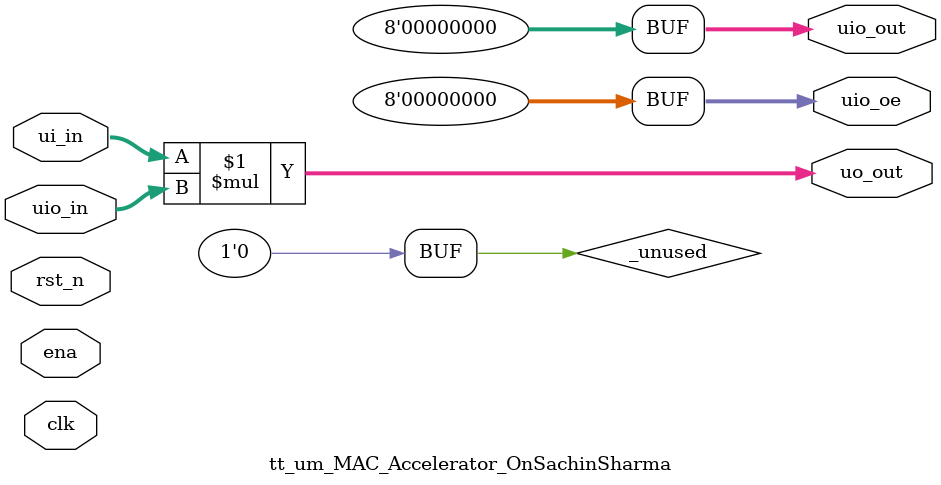
<source format=v>
/*
 * Copyright (c) 2024 Your Name
 * SPDX-License-Identifier: Apache-2.0
 */

`default_nettype none

module tt_um_MAC_Accelerator_OnSachinSharma (
    input  wire [7:0] ui_in,    // Dedicated inputs
    output wire [7:0] uo_out,   // Dedicated outputs
    input  wire [7:0] uio_in,   // IOs: Input path
    output wire [7:0] uio_out,  // IOs: Output path
    output wire [7:0] uio_oe,   // IOs: Enable path (active high: 0=input, 1=output)
    input  wire       ena,      // always 1 when the design is powered, so you can ignore it
    input  wire       clk,      // clock
    input  wire       rst_n     // reset_n - low to reset
);

  // All output pins must be assigned. If not used, assign to 0.
  assign uo_out  = ui_in * uio_in;  // Example: ou_out is the multiplication of ui_in and uio_in
  assign uio_out = 0;
  assign uio_oe  = 0;

  // List all unused inputs to prevent warnings
  wire _unused = &{ena, clk, rst_n, 1'b0};

endmodule

</source>
